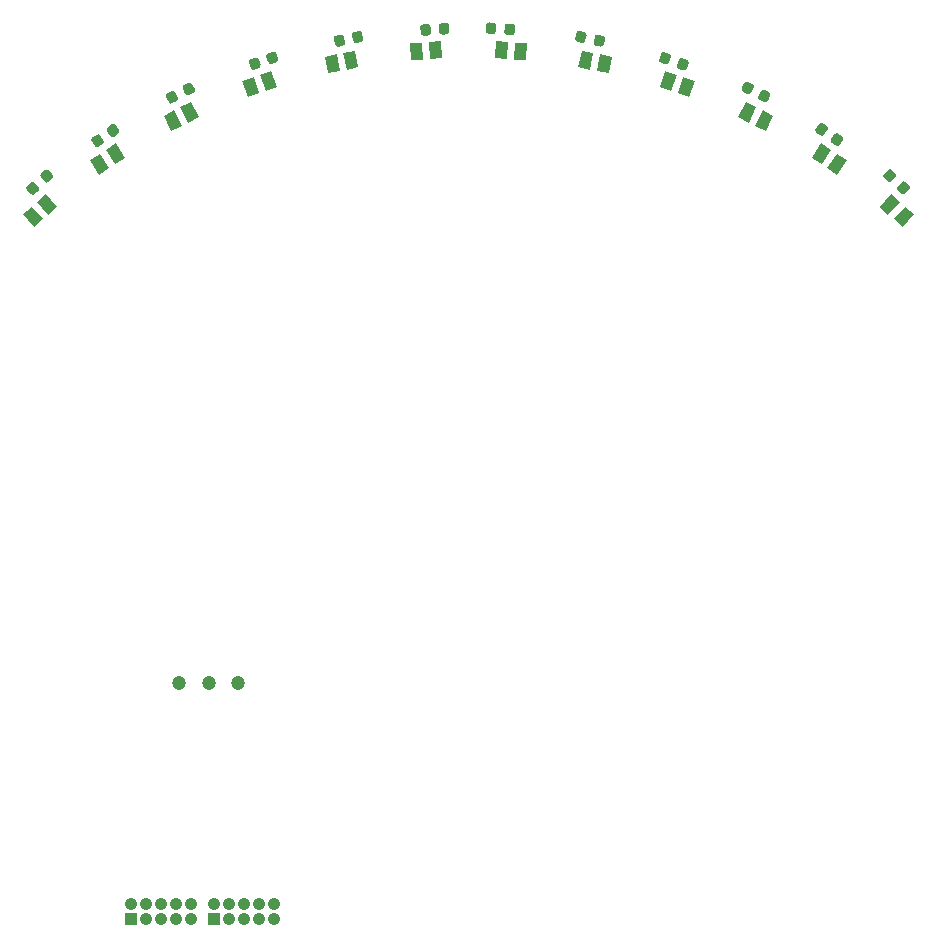
<source format=gbr>
%TF.GenerationSoftware,KiCad,Pcbnew,(5.1.10)-1*%
%TF.CreationDate,2022-02-04T19:35:20+09:00*%
%TF.ProjectId,Main,4d61696e-2e6b-4696-9361-645f70636258,rev?*%
%TF.SameCoordinates,Original*%
%TF.FileFunction,Soldermask,Bot*%
%TF.FilePolarity,Negative*%
%FSLAX46Y46*%
G04 Gerber Fmt 4.6, Leading zero omitted, Abs format (unit mm)*
G04 Created by KiCad (PCBNEW (5.1.10)-1) date 2022-02-04 19:35:20*
%MOMM*%
%LPD*%
G01*
G04 APERTURE LIST*
%ADD10R,1.060000X1.060000*%
%ADD11C,1.060000*%
%ADD12C,1.200000*%
%ADD13C,0.100000*%
G04 APERTURE END LIST*
%TO.C,D1*%
G36*
G01*
X-37052920Y42750299D02*
X-37390498Y43135912D01*
G75*
G02*
X-37369995Y43444591I164591J144088D01*
G01*
X-37040813Y43732768D01*
G75*
G02*
X-36732134Y43712265I144088J-164591D01*
G01*
X-36394556Y43326652D01*
G75*
G02*
X-36415059Y43017973I-164591J-144088D01*
G01*
X-36744241Y42729796D01*
G75*
G02*
X-37052920Y42750299I-144088J164591D01*
G01*
G37*
G36*
G01*
X-35867866Y43787735D02*
X-36205444Y44173348D01*
G75*
G02*
X-36184941Y44482027I164591J144088D01*
G01*
X-35855759Y44770204D01*
G75*
G02*
X-35547080Y44749701I144088J-164591D01*
G01*
X-35209502Y44364088D01*
G75*
G02*
X-35230005Y44055409I-164591J-144088D01*
G01*
X-35559187Y43767232D01*
G75*
G02*
X-35867866Y43787735I-144088J164591D01*
G01*
G37*
%TD*%
%TO.C,D2*%
G36*
G01*
X-30316637Y47681008D02*
X-30600995Y48107384D01*
G75*
G02*
X-30540377Y48410746I181990J121372D01*
G01*
X-30176397Y48653490D01*
G75*
G02*
X-29873035Y48592872I121372J-181990D01*
G01*
X-29588677Y48166496D01*
G75*
G02*
X-29649295Y47863134I-181990J-121372D01*
G01*
X-30013275Y47620390D01*
G75*
G02*
X-30316637Y47681008I-121372J181990D01*
G01*
G37*
G36*
G01*
X-31626965Y46807128D02*
X-31911323Y47233504D01*
G75*
G02*
X-31850705Y47536866I181990J121372D01*
G01*
X-31486725Y47779610D01*
G75*
G02*
X-31183363Y47718992I121372J-181990D01*
G01*
X-30899005Y47292616D01*
G75*
G02*
X-30959623Y46989254I-181990J-121372D01*
G01*
X-31323603Y46746510D01*
G75*
G02*
X-31626965Y46807128I-121372J181990D01*
G01*
G37*
%TD*%
%TO.C,D3*%
G36*
G01*
X-23972823Y51224605D02*
X-24199095Y51684450D01*
G75*
G02*
X-24099399Y51977304I196275J96579D01*
G01*
X-23706849Y52170463D01*
G75*
G02*
X-23413995Y52070767I96579J-196275D01*
G01*
X-23187723Y51610922D01*
G75*
G02*
X-23287419Y51318068I-196275J-96579D01*
G01*
X-23679969Y51124909D01*
G75*
G02*
X-23972823Y51224605I-96579J196275D01*
G01*
G37*
G36*
G01*
X-25386005Y50529233D02*
X-25612277Y50989078D01*
G75*
G02*
X-25512581Y51281932I196275J96579D01*
G01*
X-25120031Y51475091D01*
G75*
G02*
X-24827177Y51375395I96579J-196275D01*
G01*
X-24600905Y50915550D01*
G75*
G02*
X-24700601Y50622696I-196275J-96579D01*
G01*
X-25093151Y50429537D01*
G75*
G02*
X-25386005Y50529233I-96579J196275D01*
G01*
G37*
%TD*%
%TO.C,D4*%
G36*
G01*
X-18428175Y53414526D02*
X-18592489Y53899972D01*
G75*
G02*
X-18455421Y54177308I207202J70134D01*
G01*
X-18041017Y54317576D01*
G75*
G02*
X-17763681Y54180508I70134J-207202D01*
G01*
X-17599367Y53695062D01*
G75*
G02*
X-17736435Y53417726I-207202J-70134D01*
G01*
X-18150839Y53277458D01*
G75*
G02*
X-18428175Y53414526I-70134J207202D01*
G01*
G37*
G36*
G01*
X-16936319Y53919492D02*
X-17100633Y54404938D01*
G75*
G02*
X-16963565Y54682274I207202J70134D01*
G01*
X-16549161Y54822542D01*
G75*
G02*
X-16271825Y54685474I70134J-207202D01*
G01*
X-16107511Y54200028D01*
G75*
G02*
X-16244579Y53922692I-207202J-70134D01*
G01*
X-16658983Y53782424D01*
G75*
G02*
X-16936319Y53919492I-70134J207202D01*
G01*
G37*
%TD*%
%TO.C,D5*%
G36*
G01*
X-9756893Y55716612D02*
X-9856438Y56219352D01*
G75*
G02*
X-9684343Y56476425I214584J42489D01*
G01*
X-9255176Y56561403D01*
G75*
G02*
X-8998103Y56389308I42489J-214584D01*
G01*
X-8898558Y55886568D01*
G75*
G02*
X-9070653Y55629495I-214584J-42489D01*
G01*
X-9499820Y55544517D01*
G75*
G02*
X-9756893Y55716612I-42489J214584D01*
G01*
G37*
G36*
G01*
X-11301897Y55410692D02*
X-11401442Y55913432D01*
G75*
G02*
X-11229347Y56170505I214584J42489D01*
G01*
X-10800180Y56255483D01*
G75*
G02*
X-10543107Y56083388I42489J-214584D01*
G01*
X-10443562Y55580648D01*
G75*
G02*
X-10615657Y55323575I-214584J-42489D01*
G01*
X-11044824Y55238597D01*
G75*
G02*
X-11301897Y55410692I-42489J214584D01*
G01*
G37*
%TD*%
%TO.C,D6*%
G36*
G01*
X-2484193Y56466871D02*
X-2517265Y56978302D01*
G75*
G02*
X-2313087Y57210712I218294J14116D01*
G01*
X-1876499Y57238945D01*
G75*
G02*
X-1644089Y57034767I14116J-218294D01*
G01*
X-1611017Y56523336D01*
G75*
G02*
X-1815195Y56290926I-218294J-14116D01*
G01*
X-2251783Y56262693D01*
G75*
G02*
X-2484193Y56466871I-14116J218294D01*
G01*
G37*
G36*
G01*
X-4055911Y56365233D02*
X-4088983Y56876664D01*
G75*
G02*
X-3884805Y57109074I218294J14116D01*
G01*
X-3448217Y57137307D01*
G75*
G02*
X-3215807Y56933129I14116J-218294D01*
G01*
X-3182735Y56421698D01*
G75*
G02*
X-3386913Y56189288I-218294J-14116D01*
G01*
X-3823501Y56161055D01*
G75*
G02*
X-4055911Y56365233I-14116J218294D01*
G01*
G37*
%TD*%
%TO.C,D7*%
G36*
G01*
X3939290Y56924501D02*
X3905324Y56413128D01*
G75*
G02*
X3672558Y56209356I-218269J14497D01*
G01*
X3236020Y56238351D01*
G75*
G02*
X3032248Y56471117I14497J218269D01*
G01*
X3066214Y56982490D01*
G75*
G02*
X3298980Y57186262I218269J-14497D01*
G01*
X3735518Y57157267D01*
G75*
G02*
X3939290Y56924501I-14497J-218269D01*
G01*
G37*
G36*
G01*
X2367752Y57028883D02*
X2333786Y56517510D01*
G75*
G02*
X2101020Y56313738I-218269J14497D01*
G01*
X1664482Y56342733D01*
G75*
G02*
X1460710Y56575499I14497J218269D01*
G01*
X1494676Y57086872D01*
G75*
G02*
X1727442Y57290644I218269J-14497D01*
G01*
X2163980Y57261649D01*
G75*
G02*
X2367752Y57028883I-14497J-218269D01*
G01*
G37*
%TD*%
%TO.C,D8*%
G36*
G01*
X11551464Y55911248D02*
X11451041Y55408683D01*
G75*
G02*
X11193669Y55237037I-214509J42863D01*
G01*
X10764650Y55322764D01*
G75*
G02*
X10593004Y55580136I42863J214509D01*
G01*
X10693427Y56082701D01*
G75*
G02*
X10950799Y56254347I214509J-42863D01*
G01*
X11379818Y56168620D01*
G75*
G02*
X11551464Y55911248I-42863J-214509D01*
G01*
G37*
G36*
G01*
X10006996Y56219864D02*
X9906573Y55717299D01*
G75*
G02*
X9649201Y55545653I-214509J42863D01*
G01*
X9220182Y55631380D01*
G75*
G02*
X9048536Y55888752I42863J214509D01*
G01*
X9148959Y56391317D01*
G75*
G02*
X9406331Y56562963I214509J-42863D01*
G01*
X9835350Y56477236D01*
G75*
G02*
X10006996Y56219864I-42863J-214509D01*
G01*
G37*
%TD*%
%TO.C,D9*%
G36*
G01*
X18642226Y53847803D02*
X18477065Y53362646D01*
G75*
G02*
X18199489Y53226062I-207080J70496D01*
G01*
X17785330Y53367053D01*
G75*
G02*
X17648746Y53644629I70496J207080D01*
G01*
X17813907Y54129786D01*
G75*
G02*
X18091483Y54266370I207080J-70496D01*
G01*
X18505642Y54125379D01*
G75*
G02*
X18642226Y53847803I-70496J-207080D01*
G01*
G37*
G36*
G01*
X17151254Y54355371D02*
X16986093Y53870214D01*
G75*
G02*
X16708517Y53733630I-207080J70496D01*
G01*
X16294358Y53874621D01*
G75*
G02*
X16157774Y54152197I70496J207080D01*
G01*
X16322935Y54637354D01*
G75*
G02*
X16600511Y54773938I207080J-70496D01*
G01*
X17014670Y54632947D01*
G75*
G02*
X17151254Y54355371I-70496J-207080D01*
G01*
G37*
%TD*%
%TO.C,D13*%
G36*
G01*
X25561732Y51086962D02*
X25334658Y50627513D01*
G75*
G02*
X25041630Y50528329I-196106J96922D01*
G01*
X24649418Y50722172D01*
G75*
G02*
X24550234Y51015200I96922J196106D01*
G01*
X24777308Y51474649D01*
G75*
G02*
X25070336Y51573833I196106J-96922D01*
G01*
X25462548Y51379990D01*
G75*
G02*
X25561732Y51086962I-96922J-196106D01*
G01*
G37*
G36*
G01*
X24149766Y51784800D02*
X23922692Y51325351D01*
G75*
G02*
X23629664Y51226167I-196106J96922D01*
G01*
X23237452Y51420010D01*
G75*
G02*
X23138268Y51713038I96922J196106D01*
G01*
X23365342Y52172487D01*
G75*
G02*
X23658370Y52271671I196106J-96922D01*
G01*
X24050582Y52077828D01*
G75*
G02*
X24149766Y51784800I-96922J-196106D01*
G01*
G37*
%TD*%
%TO.C,D14*%
G36*
G01*
X31710507Y47331477D02*
X31425405Y46905598D01*
G75*
G02*
X31121937Y46845510I-181778J121690D01*
G01*
X30758381Y47088889D01*
G75*
G02*
X30698293Y47392357I121690J181778D01*
G01*
X30983395Y47818236D01*
G75*
G02*
X31286863Y47878324I181778J-121690D01*
G01*
X31650419Y47634945D01*
G75*
G02*
X31710507Y47331477I-121690J-181778D01*
G01*
G37*
G36*
G01*
X30401707Y48207643D02*
X30116605Y47781764D01*
G75*
G02*
X29813137Y47721676I-181778J121690D01*
G01*
X29449581Y47965055D01*
G75*
G02*
X29389493Y48268523I121690J181778D01*
G01*
X29674595Y48694402D01*
G75*
G02*
X29978063Y48754490I181778J-121690D01*
G01*
X30341619Y48511111D01*
G75*
G02*
X30401707Y48207643I-121690J-181778D01*
G01*
G37*
%TD*%
%TO.C,D15*%
G36*
G01*
X36156182Y44223512D02*
X35817932Y43838489D01*
G75*
G02*
X35509218Y43818525I-164339J144375D01*
G01*
X35180540Y44107276D01*
G75*
G02*
X35160576Y44415990I144375J164339D01*
G01*
X35498826Y44801013D01*
G75*
G02*
X35807540Y44820977I164339J-144375D01*
G01*
X36136218Y44532226D01*
G75*
G02*
X36156182Y44223512I-144375J-164339D01*
G01*
G37*
G36*
G01*
X37339424Y43184010D02*
X37001174Y42798987D01*
G75*
G02*
X36692460Y42779023I-164339J144375D01*
G01*
X36363782Y43067774D01*
G75*
G02*
X36343818Y43376488I144375J164339D01*
G01*
X36682068Y43761511D01*
G75*
G02*
X36990782Y43781475I164339J-144375D01*
G01*
X37319460Y43492724D01*
G75*
G02*
X37339424Y43184010I-144375J-164339D01*
G01*
G37*
%TD*%
D10*
%TO.C,J5*%
X-28540000Y-18635000D03*
D11*
X-28540000Y-17365000D03*
X-27270000Y-18635000D03*
X-27270000Y-17365000D03*
X-26000000Y-18635000D03*
X-26000000Y-17365000D03*
X-24730000Y-18635000D03*
X-24730000Y-17365000D03*
X-23460000Y-18635000D03*
X-23460000Y-17365000D03*
%TD*%
%TO.C,J9*%
X-16460000Y-17365000D03*
X-16460000Y-18635000D03*
X-17730000Y-17365000D03*
X-17730000Y-18635000D03*
X-19000000Y-17365000D03*
X-19000000Y-18635000D03*
X-20270000Y-17365000D03*
X-20270000Y-18635000D03*
X-21540000Y-17365000D03*
D10*
X-21540000Y-18635000D03*
%TD*%
D12*
%TO.C,J10*%
X-19500000Y1400000D03*
X-22000000Y1400000D03*
X-24500000Y1400000D03*
%TD*%
D13*
%TO.C,Q1*%
G36*
X-36967294Y41699083D02*
G01*
X-36012195Y40608081D01*
X-36764610Y39949391D01*
X-37719709Y41040393D01*
X-36967294Y41699083D01*
G37*
G36*
X-35763430Y42752987D02*
G01*
X-34808331Y41661985D01*
X-35560746Y41003295D01*
X-36515845Y42094297D01*
X-35763430Y42752987D01*
G37*
%TD*%
%TO.C,Q2*%
G36*
X-31208211Y46167542D02*
G01*
X-30403687Y44961208D01*
X-31235641Y44406364D01*
X-32040165Y45612698D01*
X-31208211Y46167542D01*
G37*
G36*
X-29877085Y47055294D02*
G01*
X-29072561Y45848960D01*
X-29904515Y45294116D01*
X-30709039Y46500450D01*
X-29877085Y47055294D01*
G37*
%TD*%
%TO.C,Q3*%
G36*
X-23479534Y50552471D02*
G01*
X-22839350Y49251447D01*
X-23736608Y48809941D01*
X-24376792Y50110965D01*
X-23479534Y50552471D01*
G37*
G36*
X-24915148Y49846061D02*
G01*
X-24274964Y48545037D01*
X-25172222Y48103531D01*
X-25812406Y49404555D01*
X-24915148Y49846061D01*
G37*
%TD*%
%TO.C,Q4*%
G36*
X-18195778Y52671701D02*
G01*
X-17730889Y51298246D01*
X-18678100Y50977633D01*
X-19142989Y52351088D01*
X-18195778Y52671701D01*
G37*
G36*
X-16680242Y53184681D02*
G01*
X-16215353Y51811226D01*
X-17162564Y51490613D01*
X-17627453Y52864068D01*
X-16680242Y53184681D01*
G37*
%TD*%
%TO.C,Q5*%
G36*
X-9595546Y54906887D02*
G01*
X-9313907Y53484502D01*
X-10294862Y53290267D01*
X-10576501Y54712652D01*
X-9595546Y54906887D01*
G37*
G36*
X-11165074Y54596113D02*
G01*
X-10883435Y53173728D01*
X-11864390Y52979493D01*
X-12146029Y54401878D01*
X-11165074Y54596113D01*
G37*
%TD*%
%TO.C,Q6*%
G36*
X-3943332Y55586370D02*
G01*
X-3849760Y54139392D01*
X-4847676Y54074860D01*
X-4941248Y55521838D01*
X-3943332Y55586370D01*
G37*
G36*
X-2346668Y55689622D02*
G01*
X-2253096Y54242644D01*
X-3251012Y54178112D01*
X-3344584Y55625090D01*
X-2346668Y55689622D01*
G37*
%TD*%
%TO.C,Q7*%
G36*
X2251982Y54244991D02*
G01*
X2348079Y55691803D01*
X3345880Y55625529D01*
X3249783Y54178717D01*
X2251982Y54244991D01*
G37*
G36*
X3848464Y54138953D02*
G01*
X3944561Y55585765D01*
X4942362Y55519491D01*
X4846265Y54072679D01*
X3848464Y54138953D01*
G37*
%TD*%
%TO.C,Q8*%
G36*
X10882092Y53173460D02*
G01*
X11166214Y54595352D01*
X12146828Y54399406D01*
X11862706Y52977514D01*
X10882092Y53173460D01*
G37*
G36*
X9313108Y53486974D02*
G01*
X9597230Y54908866D01*
X10577844Y54712920D01*
X10293722Y53291028D01*
X9313108Y53486974D01*
G37*
%TD*%
%TO.C,Q9*%
G36*
X16214885Y51813782D02*
G01*
X16682170Y53186424D01*
X17628819Y52864158D01*
X17161534Y51491516D01*
X16214885Y51813782D01*
G37*
G36*
X17729523Y51298156D02*
G01*
X18196808Y52670798D01*
X19143457Y52348532D01*
X18676172Y50975890D01*
X17729523Y51298156D01*
G37*
%TD*%
%TO.C,Q11*%
G36*
X24273597Y48545127D02*
G01*
X24916050Y49845032D01*
X25812537Y49401961D01*
X25170084Y48102056D01*
X24273597Y48545127D01*
G37*
G36*
X22839219Y49254041D02*
G01*
X23481672Y50553946D01*
X24378159Y50110875D01*
X23735706Y48810970D01*
X22839219Y49254041D01*
G37*
%TD*%
%TO.C,Q12*%
G36*
X29072768Y45851549D02*
G01*
X29879397Y47056477D01*
X30710382Y46500181D01*
X29903753Y45295253D01*
X29072768Y45851549D01*
G37*
G36*
X30402344Y44961477D02*
G01*
X31208973Y46166405D01*
X32039958Y45610109D01*
X31233329Y44405181D01*
X30402344Y44961477D01*
G37*
%TD*%
%TO.C,Q13*%
G36*
X36010898Y40608522D02*
G01*
X36967900Y41697855D01*
X37719164Y41037854D01*
X36762162Y39948521D01*
X36010898Y40608522D01*
G37*
G36*
X34808876Y41664524D02*
G01*
X35765878Y42753857D01*
X36517142Y42093856D01*
X35560140Y41004523D01*
X34808876Y41664524D01*
G37*
%TD*%
M02*

</source>
